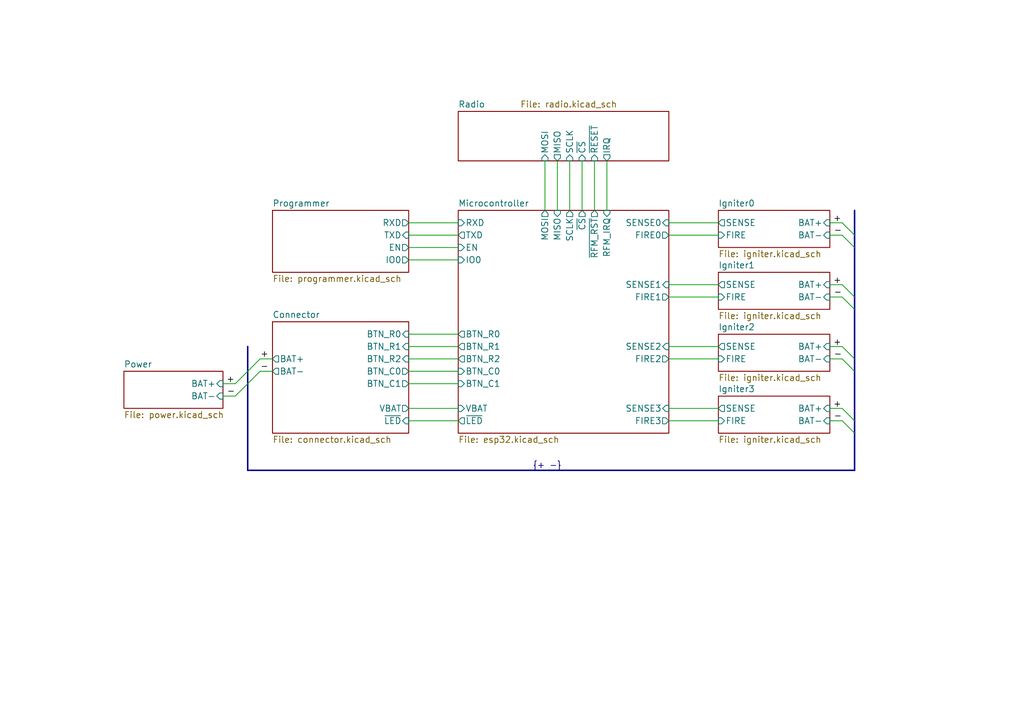
<source format=kicad_sch>
(kicad_sch (version 20230121) (generator eeschema)
  (paper "A5")
  (lib_symbols)
  (bus_entry (at 175.26 50.8) (size -2.54 -2.54))
  (bus_entry (at 175.26 48.26) (size -2.54 -2.54))
  (bus_entry (at 175.26 76.2) (size -2.54 -2.54))
  (bus_entry (at 50.8 78.74) (size 2.54 -2.54))
  (bus_entry (at 175.26 73.66) (size -2.54 -2.54))
  (bus_entry (at 50.8 76.2) (size -2.54 2.54))
  (bus_entry (at 50.8 78.74) (size -2.54 2.54))
  (bus_entry (at 50.8 76.2) (size 2.54 -2.54))
  (bus_entry (at 175.26 86.36) (size -2.54 -2.54))
  (bus_entry (at 175.26 63.5) (size -2.54 -2.54))
  (bus_entry (at 175.26 60.96) (size -2.54 -2.54))
  (bus_entry (at 175.26 88.9) (size -2.54 -2.54))
  (bus (pts (xy 175.26 73.66) (xy 175.26 76.2)))
  (wire (pts (xy 83.82 53.34) (xy 93.98 53.34)))
  (wire (pts (xy 170.18 48.26) (xy 172.72 48.26)))
  (wire (pts (xy 124.46 33.02) (xy 124.46 43.18)))
  (bus (pts (xy 175.26 60.96) (xy 175.26 63.5)))
  (wire (pts (xy 170.18 86.36) (xy 172.72 86.36)))
  (wire (pts (xy 116.84 33.02) (xy 116.84 43.18)))
  (wire (pts (xy 170.18 58.42) (xy 172.72 58.42)))
  (bus (pts (xy 175.26 86.36) (xy 175.26 88.9)))
  (bus (pts (xy 50.8 78.74) (xy 50.8 96.52)))
  (bus (pts (xy 175.26 50.8) (xy 175.26 60.96)))
  (bus (pts (xy 175.26 63.5) (xy 175.26 73.66)))
  (wire (pts (xy 111.76 33.02) (xy 111.76 43.18)))
  (wire (pts (xy 170.18 45.72) (xy 172.72 45.72)))
  (wire (pts (xy 53.34 73.66) (xy 55.88 73.66)))
  (bus (pts (xy 50.8 96.52) (xy 175.26 96.52)))
  (wire (pts (xy 119.38 33.02) (xy 119.38 43.18)))
  (wire (pts (xy 83.82 48.26) (xy 93.98 48.26)))
  (wire (pts (xy 137.16 71.12) (xy 147.32 71.12)))
  (wire (pts (xy 137.16 45.72) (xy 147.32 45.72)))
  (wire (pts (xy 83.82 86.36) (xy 93.98 86.36)))
  (wire (pts (xy 170.18 71.12) (xy 172.72 71.12)))
  (wire (pts (xy 45.72 78.74) (xy 48.26 78.74)))
  (wire (pts (xy 83.82 76.2) (xy 93.98 76.2)))
  (wire (pts (xy 83.82 45.72) (xy 93.98 45.72)))
  (wire (pts (xy 53.34 76.2) (xy 55.88 76.2)))
  (wire (pts (xy 114.3 33.02) (xy 114.3 43.18)))
  (wire (pts (xy 83.82 68.58) (xy 93.98 68.58)))
  (wire (pts (xy 83.82 73.66) (xy 93.98 73.66)))
  (wire (pts (xy 83.82 50.8) (xy 93.98 50.8)))
  (bus (pts (xy 175.26 76.2) (xy 175.26 86.36)))
  (wire (pts (xy 170.18 60.96) (xy 172.72 60.96)))
  (wire (pts (xy 170.18 73.66) (xy 172.72 73.66)))
  (wire (pts (xy 137.16 83.82) (xy 147.32 83.82)))
  (bus (pts (xy 175.26 88.9) (xy 175.26 96.52)))
  (wire (pts (xy 137.16 60.96) (xy 147.32 60.96)))
  (bus (pts (xy 175.26 48.26) (xy 175.26 50.8)))
  (wire (pts (xy 45.72 81.28) (xy 48.26 81.28)))
  (bus (pts (xy 50.8 71.12) (xy 50.8 76.2)))
  (wire (pts (xy 170.18 83.82) (xy 172.72 83.82)))
  (wire (pts (xy 137.16 48.26) (xy 147.32 48.26)))
  (wire (pts (xy 121.92 33.02) (xy 121.92 43.18)))
  (wire (pts (xy 83.82 78.74) (xy 93.98 78.74)))
  (wire (pts (xy 137.16 73.66) (xy 147.32 73.66)))
  (bus (pts (xy 50.8 76.2) (xy 50.8 78.74)))
  (wire (pts (xy 83.82 83.82) (xy 93.98 83.82)))
  (wire (pts (xy 137.16 86.36) (xy 147.32 86.36)))
  (wire (pts (xy 137.16 58.42) (xy 147.32 58.42)))
  (bus (pts (xy 175.26 43.18) (xy 175.26 48.26)))
  (wire (pts (xy 83.82 71.12) (xy 93.98 71.12)))
  (label "+" (at 48.26 78.74 90))
  (label "+" (at 53.34 73.66 0))
  (label "+" (at 172.72 71.12 90))
  (label "-" (at 48.26 81.28 180))
  (label "{+ -}" (at 109.22 96.52 0))
  (label "-" (at 172.72 73.66 180))
  (label "-" (at 172.72 48.26 180))
  (label "-" (at 172.72 86.36 180))
  (label "+" (at 172.72 83.82 90))
  (label "-" (at 53.34 76.2 0))
  (label "+" (at 172.72 45.72 90))
  (label "-" (at 172.72 60.96 180))
  (label "+" (at 172.72 58.42 90))
  (sheet (at 147.32 68.58) (size 22.86 7.62) (stroke (width 0.1524))
    (property "Sheetname" "Igniter2" (at 147.32 67.8684 0) (effects (justify left bottom)))
    (property "Sheetfile" "igniter.kicad_sch" (at 147.32 76.7846 0) (effects (justify left top)))
    (pin "FIRE" input (at 147.32 73.66 180))
    (pin "SENSE" output (at 147.32 71.12 180))
    (pin "BAT-" input (at 170.18 73.66 0))
    (pin "BAT+" input (at 170.18 71.12 0))
  )
  (sheet (at 55.88 43.18) (size 27.94 12.7) (stroke (width 0.1524))
    (property "Sheetname" "Programmer" (at 55.88 42.4684 0) (effects (justify left bottom)))
    (property "Sheetfile" "programmer.kicad_sch" (at 55.88 56.4646 0) (effects (justify left top)))
    (pin "TXD" input (at 83.82 48.26 0))
    (pin "EN" output (at 83.82 50.8 0))
    (pin "IO0" output (at 83.82 53.34 0))
    (pin "RXD" output (at 83.82 45.72 0))
  )
  (sheet (at 55.88 66.04) (size 27.94 22.86) (stroke (width 0.1524))
    (property "Sheetname" "Connector" (at 55.88 65.3284 0) (effects (justify left bottom)))
    (property "Sheetfile" "connector.kicad_sch" (at 55.88 89.4846 0) (effects (justify left top)))
    (pin "BTN_R1" input (at 83.82 71.12 0))
    (pin "BTN_R0" input (at 83.82 68.58 0))
    (pin "BTN_R2" input (at 83.82 73.66 0))
    (pin "BTN_C0" output (at 83.82 76.2 0))
    (pin "BTN_C1" output (at 83.82 78.74 0))
    (pin "VBAT" output (at 83.82 83.82 0))
    (pin "~{LED}" input (at 83.82 86.36 0))
    (pin "BAT+" output (at 55.88 73.66 180))
    (pin "BAT-" output (at 55.88 76.2 180))
  )
  (sheet (at 147.32 81.28) (size 22.86 7.62) (stroke (width 0.1524))
    (property "Sheetname" "Igniter3" (at 147.32 80.5684 0) (effects (justify left bottom)))
    (property "Sheetfile" "igniter.kicad_sch" (at 147.32 89.4846 0) (effects (justify left top)))
    (pin "FIRE" input (at 147.32 86.36 180))
    (pin "SENSE" output (at 147.32 83.82 180))
    (pin "BAT-" input (at 170.18 86.36 0))
    (pin "BAT+" input (at 170.18 83.82 0))
  )
  (sheet (at 93.98 22.86) (size 43.18 10.16) (stroke (width 0.1524))
    (property "Sheetname" "Radio" (at 93.98 22.1484 0) (effects (justify left bottom)))
    (property "Sheetfile" "radio.kicad_sch" (at 106.68 22.1484 0) (effects (justify left bottom)))
    (pin "MOSI" input (at 111.76 33.02 270))
    (pin "MISO" output (at 114.3 33.02 270))
    (pin "SCLK" input (at 116.84 33.02 270))
    (pin "~{CS}" input (at 119.38 33.02 270))
    (pin "IRQ" output (at 124.46 33.02 270))
    (pin "~{RESET}" input (at 121.92 33.02 270))
  )
  (sheet (at 25.4 76.2) (size 20.32 7.62) (stroke (width 0.1524))
    (property "Sheetname" "Power" (at 25.4 75.4884 0) (effects (justify left bottom)))
    (property "Sheetfile" "power.kicad_sch" (at 25.4 84.4046 0) (effects (justify left top)))
    (pin "BAT+" input (at 45.72 78.74 0))
    (pin "BAT-" input (at 45.72 81.28 0))
  )
  (sheet (at 147.32 43.18) (size 22.86 7.62) (stroke (width 0.1524))
    (property "Sheetname" "Igniter0" (at 147.32 42.4684 0) (effects (justify left bottom)))
    (property "Sheetfile" "igniter.kicad_sch" (at 147.32 51.3846 0) (effects (justify left top)))
    (pin "FIRE" input (at 147.32 48.26 180))
    (pin "SENSE" output (at 147.32 45.72 180))
    (pin "BAT-" input (at 170.18 48.26 0))
    (pin "BAT+" input (at 170.18 45.72 0))
  )
  (sheet (at 93.98 43.18) (size 43.18 45.72) (stroke (width 0.1524))
    (property "Sheetname" "Microcontroller" (at 93.98 42.4684 0) (effects (justify left bottom)))
    (property "Sheetfile" "esp32.kicad_sch" (at 93.98 89.4846 0) (effects (justify left top)))
    (pin "EN" input (at 93.98 50.8 180))
    (pin "IO0" input (at 93.98 53.34 180))
    (pin "RXD" input (at 93.98 45.72 180))
    (pin "TXD" output (at 93.98 48.26 180))
    (pin "SENSE0" input (at 137.16 45.72 0))
    (pin "SENSE1" input (at 137.16 58.42 0))
    (pin "SENSE2" input (at 137.16 71.12 0))
    (pin "SENSE3" input (at 137.16 83.82 0))
    (pin "FIRE0" output (at 137.16 48.26 0))
    (pin "FIRE1" output (at 137.16 60.96 0))
    (pin "FIRE2" output (at 137.16 73.66 0))
    (pin "FIRE3" output (at 137.16 86.36 0))
    (pin "~{LED}" output (at 93.98 86.36 180))
    (pin "VBAT" input (at 93.98 83.82 180))
    (pin "BTN_R0" output (at 93.98 68.58 180))
    (pin "BTN_C0" input (at 93.98 76.2 180))
    (pin "BTN_C1" input (at 93.98 78.74 180))
    (pin "BTN_R1" output (at 93.98 71.12 180))
    (pin "BTN_R2" output (at 93.98 73.66 180))
    (pin "MISO" input (at 114.3 43.18 90))
    (pin "SCLK" output (at 116.84 43.18 90))
    (pin "MOSI" output (at 111.76 43.18 90))
    (pin "~{CS}" output (at 119.38 43.18 90))
    (pin "~{RFM_RST}" output (at 121.92 43.18 90))
    (pin "RFM_IRQ" input (at 124.46 43.18 90))
  )
  (sheet (at 147.32 55.88) (size 22.86 7.62) (stroke (width 0.1524))
    (property "Sheetname" "Igniter1" (at 147.32 55.1684 0) (effects (justify left bottom)))
    (property "Sheetfile" "igniter.kicad_sch" (at 147.32 64.0846 0) (effects (justify left top)))
    (pin "FIRE" input (at 147.32 60.96 180))
    (pin "SENSE" output (at 147.32 58.42 180))
    (pin "BAT-" input (at 170.18 60.96 0))
    (pin "BAT+" input (at 170.18 58.42 0))
  )
)
</source>
